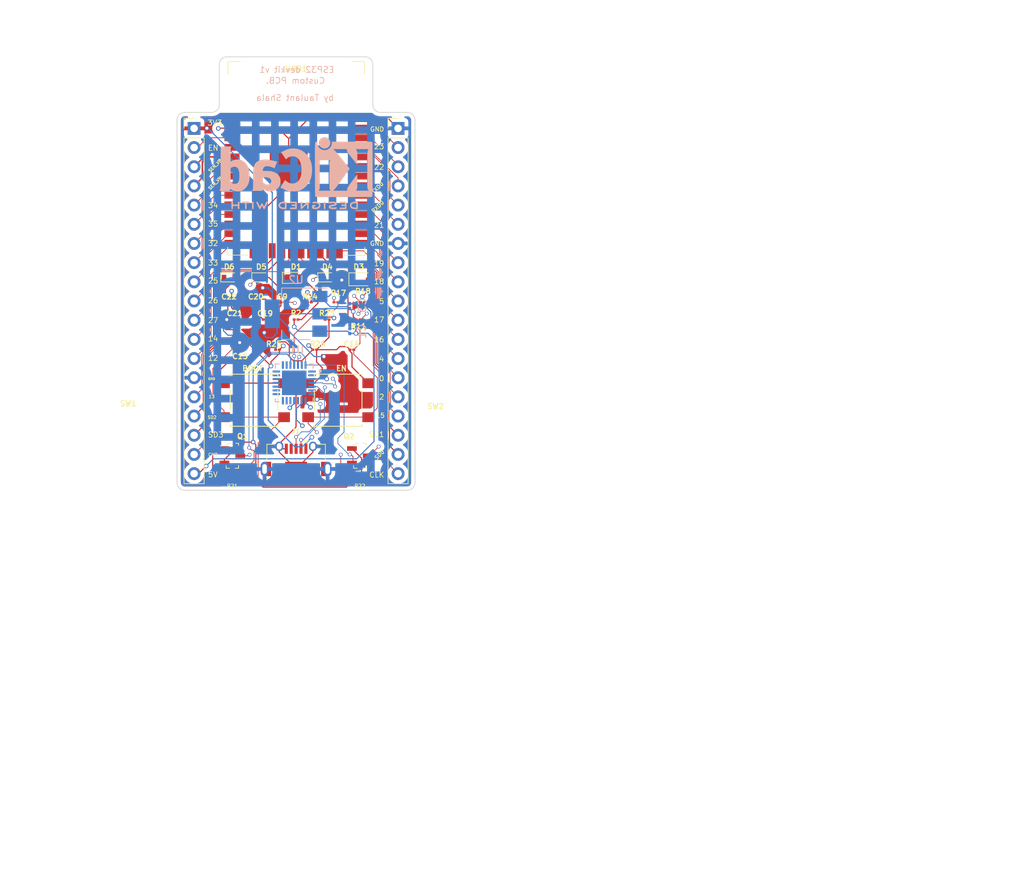
<source format=kicad_pcb>
(kicad_pcb (version 20211014) (generator pcbnew)
  (title_block (title "ESP32 Custom Dev Kit") (date "2025-05-19") (rev "1"))
  (layers (0 "F.Cu" mixed) (1 "In1.Cu" mixed) (2 "In2.Cu" mixed) (31 "B.Cu" mixed) (34 "B.Paste" user) (35 "F.Paste" user) (36 "B.SilkS" user "B.Silkscreen") (37 "F.SilkS" user "F.Silkscreen") (38 "B.Mask" user) (39 "F.Mask" user) (44 "Edge.Cuts" user))
  (net 0 "")
  (net 1 "/EXT_5V")
  (net 2 "GND")
  (net 3 "/VDD33")
  (net 4 "/EN")
  (net 5 "/IO0")
  (net 6 "Net-(C21-Pad1)")
  (net 7 "Net-(D1-Pad2)")
  (net 8 "/VBUS")
  (net 9 "/USB_DP")
  (net 10 "/USB_DN")
  (net 12 "/SENSOR_VP")
  (net 13 "/SENSOR_VN")
  (net 14 "/IO34")
  (net 15 "/IO35")
  (net 16 "/IO32")
  (net 17 "/IO33")
  (net 18 "/IO25")
  (net 19 "/IO26")
  (net 20 "/IO27")
  (net 21 "/IO14")
  (net 22 "/IO12")
  (net 23 "/IO13")
  (net 24 "/SD2")
  (net 25 "/SD3")
  (net 26 "/CMD")
  (net 27 "/IO23")
  (net 28 "/IO22")
  (net 29 "/TXD0")
  (net 30 "/RXD0")
  (net 31 "/IO21")
  (net 32 "/IO19")
  (net 33 "/IO18")
  (net 34 "/IO5")
  (net 35 "/IO17")
  (net 36 "/IO16")
  (net 37 "/IO4")
  (net 38 "/IO2")
  (net 39 "/IO15")
  (net 40 "/SD1")
  (net 41 "/SD0")
  (net 42 "/CLK")
  (net 44 "Net-(Q1-Pad1)")
  (net 45 "/DTR")
  (net 46 "Net-(Q2-Pad1)")
  (net 47 "/RXD")
  (net 48 "/TXD")
  (net 49 "Net-(R23-Pad1)")
  (net 50 "Net-(R24-Pad2)")
  (net 51 "Net-(R25-Pad1)")
  (net 52 "/RI")
  (net 65 "/CTS")
  (net 66 "/RTS")
  (net 67 "/DSR")
  (net 68 "/DCD")
  (footprint "Connector_PinHeader_2.54mm:PinHeader_1x19_P2.54mm_Vertical" (layer "F.Cu") (at 127.42 56.372)
    (fp_text reference "J2" hide)
    (fp_text value "Conn_01x19_Male" hide)
  )
  (footprint "Diode_SMD:D_SOD-523" (layer "F.Cu") (at 144.936664 76.106)
    (fp_text reference "D4")
    (fp_text value "D_TVS" hide)
  )
  (footprint "Diode_SMD:D_SOD-523" (layer "F.Cu") (at 132.086666 76.106)
    (fp_text reference "D6")
    (fp_text value "D_TVS" hide)
  )
  (footprint "Connector_PinHeader_2.54mm:PinHeader_1x19_P2.54mm_Vertical" (layer "F.Cu") (at 154.42 56.372)
    (fp_text reference "J3" hide)
    (fp_text value "Conn_01x19_Male" hide)
  )
  (footprint "Button_Switch_SMD:SW_SPST_B3S-1000" (layer "F.Cu") (at 135.353333 92.372)
    (fp_text reference "SW1")
    (fp_text value "SW_Push")
  )
  (footprint "Resistor_SMD:R_01005_0402Metric" (layer "F.Cu") (at 140.92 81.69)
    (fp_text reference "R2")
    (fp_text value "2K (5%)" hide)
  )
  (footprint "Button_Switch_SMD:SW_SPST_B3S-1000" (layer "F.Cu") (at 146.486666 92.372)
    (fp_text reference "SW2" hide)
    (fp_text value "SW_Push" hide)
  )
  (footprint "Diode_SMD:D_SOD-523" (layer "F.Cu") (at 136.203332 76.106)
    (fp_text reference "D5")
    (fp_text value "D_TVS" hide)
  )
  (footprint "Capacitor_SMD:C_01005_0402Metric" (layer "F.Cu") (at 139.162855 79.404)
    (fp_text reference "C9")
    (fp_text value "0.1 uF/50 V (10%)" hide)
  )
  (footprint "LED_SMD:LED_0603_1608Metric" (layer "F.Cu") (at 140.589998 76.176)
    (fp_text reference "D1")
    (fp_text value "RED LED" hide)
  )
  (footprint "digikey-footprints:ESP32-WROOM-32D" (layer "F.Cu") (at 140.935 63.327)
    (fp_text reference "MOD1")
    (fp_text value "ESP32-WROOM-32" hide)
  )
  (footprint "Capacitor_SMD:C_01005_0402Metric" (layer "F.Cu") (at 133.54 85.622 180)
    (fp_text reference "C15")
    (fp_text value "22uF/ 10V (20%) (NC)" hide)
  )
  (footprint "Resistor_SMD:R_01005_0402Metric" (layer "F.Cu") (at 149.70571 79.404)
    (fp_text reference "R18")
    (fp_text value "0R (5%)" hide)
  )
  (footprint "Resistor_SMD:R_01005_0402Metric" (layer "F.Cu") (at 146.191425 79.404)
    (fp_text reference "R17")
    (fp_text value "0R (5%)" hide)
  )
  (footprint "digikey-footprints:SOT-23-3" (layer "F.Cu") (at 149.36 99.724)
    (fp_text reference "Q2")
    (fp_text value "MMSS8050-H-TP" hide)
  )
  (footprint "Resistor_SMD:R_01005_0402Metric" (layer "F.Cu") (at 149.12 81.69)
    (fp_text reference "R11")
    (fp_text value "10K (5%)" hide)
  )
  (footprint "Resistor_SMD:R_01005_0402Metric" (layer "F.Cu") (at 142.67714 79.404)
    (fp_text reference "R24")
    (fp_text value "2K (5%)" hide)
  )
  (footprint "Connector_USB:USB_Micro-AB_Molex_47590-0001" (layer "F.Cu") (at 140.92 101.48)
    (fp_text reference "J1")
    (fp_text value "USB_B_Micro" hide)
  )
  (footprint "Capacitor_SMD:C_01005_0402Metric" (layer "F.Cu") (at 148.3 85.682)
    (fp_text reference "C14")
    (fp_text value "0.1 uF/50 V (10%)" hide)
  )
  (footprint "Resistor_SMD:R_01005_0402Metric" (layer "F.Cu") (at 143.38 85.682)
    (fp_text reference "R26")
    (fp_text value "47.5K (5%)" hide)
  )
  (footprint "digikey-footprints:SOT-23-3" (layer "F.Cu") (at 132.48 99.724)
    (fp_text reference "Q1")
    (fp_text value "MMSS8050-H-TP" hide)
  )
  (footprint "Capacitor_SMD:C_01005_0402Metric" (layer "F.Cu") (at 136.82 81.69 180)
    (fp_text reference "C19")
    (fp_text value "0.1 uF/50 V (10%)" hide)
  )
  (footprint "Resistor_SMD:R_01005_0402Metric" (layer "F.Cu") (at 138.46 85.682)
    (fp_text reference "R25")
    (fp_text value "22.1K (5%)" hide)
  )
  (footprint "Capacitor_SMD:C_01005_0402Metric" (layer "F.Cu") (at 132.78 81.69 180)
    (fp_text reference "C21")
    (fp_text value "22 uF/10 V (20%)" hide)
  )
  (footprint "Capacitor_SMD:C_01005_0402Metric" (layer "F.Cu") (at 135.64857 79.404)
    (fp_text reference "C20")
    (fp_text value "4.7 uF/6.3 V (10%)" hide)
  )
  (footprint "Resistor_SMD:R_01005_0402Metric" (layer "F.Cu") (at 145.02 81.69)
    (fp_text reference "R23")
    (fp_text value "10K (5%) (NC)" hide)
  )
  (footprint "Diode_SMD:D_SOD-323" (layer "F.Cu") (at 149.40333 76.356)
    (fp_text reference "D3")
    (fp_text value "D_Schottky" hide)
  )
  (footprint "Resistor_SMD:R_01005_0402Metric" (layer "F.Cu") (at 132.48 102.992 180)
    (fp_text reference "R21")
    (fp_text value "10K (5%)" hide)
  )
  (footprint "Resistor_SMD:R_01005_0402Metric" (layer "F.Cu") (at 149.36 102.992)
    (fp_text reference "R22")
    (fp_text value "10K (5%)" hide)
  )
  (footprint "Capacitor_SMD:C_01005_0402Metric" (layer "F.Cu") (at 132.134285 79.404)
    (fp_text reference "C22")
    (fp_text value "0.1 uF/ 50 V (10%)" hide)
  )
  (footprint "Symbol:KiCad-Logo2_8mm_SilkScreen" (layer "B.Cu") (at 140.910107 61.472 180)
    (fp_text reference "REF**" hide)
    (fp_text value "KiCad-Logo2_8mm_SilkScreen" hide)
  )
  (footprint "Capacitor_SMD:C_0201_0603Metric" (layer "B.Cu") (at 148.022 79.912 90)
    (fp_text reference "C3")
    (fp_text value "22uF/ 10V (20%)" hide)
  )
  (footprint "Package_TO_SOT_SMD:SOT-223-3_TabPin2" (layer "B.Cu") (at 140.92 80.928 180)
    (fp_text reference "U2")
    (fp_text value "AMS1117-3.3")
  )
  (footprint "Capacitor_SMD:C_0201_0603Metric" (layer "B.Cu") (at 148.022 83.214 90)
    (fp_text reference "C1")
    (fp_text value "22uF/ 10V (20%)" hide)
  )
  (footprint "ESP32:QFN50P500X500X80-29N" (layer "B.Cu") (at 140.6675 90.072 180)
    (fp_text reference "U1")
    (fp_text value "CP2102N-A01-GQFN28")
  )
  (gr_arc (start 156.658 103.28) (mid 156.36042 103.99842) (end 155.642 104.296) (layer "Edge.Cuts") (width 0.1))
  (gr_arc (start 155.642 54.258) (mid 156.36042 54.55558) (end 156.658 55.274) (layer "Edge.Cuts") (width 0.1))
  (gr_arc (start 150.054 46.892) (mid 150.77242 47.18958) (end 151.07 47.908) (layer "Edge.Cuts") (width 0.1))
  (gr_line (start 156.658 103.28) (end 156.658 55.274) (layer "Edge.Cuts") (width 0.1))
  (gr_line (start 155.642 54.258) (end 152.086 54.258) (layer "Edge.Cuts") (width 0.1))
  (gr_line (start 130.75 53.242) (end 130.75 47.908) (layer "Edge.Cuts") (width 0.1))
  (gr_line (start 151.07 53.242) (end 151.07 47.908) (layer "Edge.Cuts") (width 0.1))
  (gr_arc (start 125.162 55.274) (mid 125.45958 54.55558) (end 126.178 54.258) (layer "Edge.Cuts") (width 0.1))
  (gr_arc (start 152.086 54.258) (mid 151.36758 53.96042) (end 151.07 53.242) (layer "Edge.Cuts") (width 0.1))
  (gr_arc (start 130.75 53.242) (mid 130.45242 53.96042) (end 129.734 54.258) (layer "Edge.Cuts") (width 0.1))
  (gr_line (start 126.178 54.258) (end 129.734 54.258) (layer "Edge.Cuts") (width 0.1))
  (gr_arc (start 130.75 47.908) (mid 131.04758 47.18958) (end 131.766 46.892) (layer "Edge.Cuts") (width 0.1))
  (gr_line (start 126.178 104.296) (end 155.642 104.296) (layer "Edge.Cuts") (width 0.1))
  (gr_line (start 125.162 103.28) (end 125.162 55.274) (layer "Edge.Cuts") (width 0.1))
  (gr_line (start 131.766 46.892) (end 150.054 46.892) (layer "Edge.Cuts") (width 0.1))
  (gr_arc (start 126.178 104.296) (mid 125.45958 103.99842) (end 125.162 103.28) (layer "Edge.Cuts") (width 0.1))
  (gr_text "ESP32 devkit v1" (at 141 48.602) (layer "B.SilkS") (effects (font (size 0.8 0.8) (thickness 0.1)) (justify mirror)))
  (gr_text "by Taulant Shala" (at 140.77 52.322) (layer "B.SilkS") (effects (font (size 0.8 0.8) (thickness 0.1)) (justify mirror)))
  (gr_text "Custom PCB." (at 140.84 50.042) (layer "B.SilkS") (effects (font (size 0.8 0.8) (thickness 0.1)) (justify mirror)))
  (gr_text "2" (at 152.243333 91.942) (layer "F.SilkS") (effects (font (size 0.7 0.7) (thickness 0.1))))
  (gr_text "TXD0" (at 151.71 64.242 45) (layer "F.SilkS") (effects (font (size 0.5 0.5) (thickness 0.1))))
  (gr_text "EN" (at 146.92 88.152) (layer "F.SilkS") (effects (font (size 0.7 0.7))))
  (gr_text "35\n" (at 129.933333 69.022) (layer "F.SilkS") (effects (font (size 0.7 0.7) (thickness 0.1))))
  (gr_text "18" (at 151.91 76.662) (layer "F.SilkS") (effects (font (size 0.7 0.7) (thickness 0.1))))
  (gr_text "GND" (at 129.74 89.532) (layer "F.SilkS") (effects (font (size 0.3 0.3) (thickness 0.075))))
  (gr_text "EN" (at 129.95 58.962) (layer "F.SilkS") (effects (font (size 0.7 0.7) (thickness 0.1))))
  (gr_text "CMD" (at 129.93 99.582) (layer "F.SilkS") (effects (font (size 0.4 0.4) (thickness 0.07))))
  (gr_text "21" (at 151.91 69.182) (layer "F.SilkS") (effects (font (size 0.7 0.7) (thickness 0.1))))
  (gr_text "15" (at 152.07 94.392) (layer "F.SilkS") (effects (font (size 0.6 0.6) (thickness 0.1))))
  (gr_text "SD1" (at 151.56 96.902) (layer "F.SilkS") (effects (font (size 0.7 0.7) (thickness 0.1))))
  (gr_text "SEN_VN" (at 130.2 63.622 45) (layer "F.SilkS") (effects (font (size 0.4 0.4) (thickness 0.1))))
  (gr_text "4" (at 152.243333 86.902) (layer "F.SilkS") (effects (font (size 0.7 0.7) (thickness 0.1))))
  (gr_text "32" (at 129.933333 71.592) (layer "F.SilkS") (effects (font (size 0.7 0.7) (thickness 0.1))))
  (gr_text "19" (at 151.91 74.262) (layer "F.SilkS") (effects (font (size 0.7 0.7) (thickness 0.1))))
  (gr_text "BOOT\n" (at 135.17 88.152) (layer "F.SilkS") (effects (font (size 0.7 0.7))))
  (gr_text "12" (at 129.933333 86.792) (layer "F.SilkS") (effects (font (size 0.7 0.7) (thickness 0.1))))
  (gr_text "CLK" (at 151.593333 102.252) (layer "F.SilkS") (effects (font (size 0.7 0.7) (thickness 0.1))))
  (gr_text "34\n" (at 129.933333 66.572) (layer "F.SilkS") (effects (font (size 0.7 0.7) (thickness 0.1))))
  (gr_text "GND" (at 151.64 56.482) (layer "F.SilkS") (effects (font (size 0.6 0.6) (thickness 0.1))))
  (gr_text "GND" (at 151.63 71.622) (layer "F.SilkS") (effects (font (size 0.6 0.6) (thickness 0.1))))
  (gr_text "23" (at 151.91 58.772) (layer "F.SilkS") (effects (font (size 0.7 0.7) (thickness 0.1))))
  (gr_text "33" (at 129.933333 74.182) (layer "F.SilkS") (effects (font (size 0.7 0.7) (thickness 0.1))))
  (gr_text "22" (at 151.91 61.492) (layer "F.SilkS") (effects (font (size 0.7 0.7) (thickness 0.1))))
  (gr_text "27" (at 129.933333 81.792) (layer "F.SilkS") (effects (font (size 0.7 0.7) (thickness 0.1))))
  (gr_text "5" (at 152.243333 79.282) (layer "F.SilkS") (effects (font (size 0.7 0.7) (thickness 0.1))))
  (gr_text "SD3" (at 130.283333 96.942) (layer "F.SilkS") (effects (font (size 0.7 0.7) (thickness 0.1))))
  (gr_text "SD0" (at 151.95 99.602 45) (layer "F.SilkS") (effects (font (size 0.5 0.5) (thickness 0.1))))
  (gr_text "14\n" (at 129.933333 84.222) (layer "F.SilkS") (effects (font (size 0.7 0.7) (thickness 0.1))))
  (gr_text "25" (at 129.933333 76.552) (layer "F.SilkS") (effects (font (size 0.7 0.7) (thickness 0.1))))
  (gr_text "3V3" (at 130.16 55.632) (layer "F.SilkS") (effects (font (size 0.7 0.7) (thickness 0.1))))
  (gr_text "5V" (at 129.9 102.222) (layer "F.SilkS") (effects (font (size 0.7 0.7) (thickness 0.1))))
  (gr_text "SD2" (at 129.8 94.642) (layer "F.SilkS") (effects (font (size 0.4 0.4) (thickness 0.08))))
  (gr_text "RXD0" (at 151.73 66.752 45) (layer "F.SilkS") (effects (font (size 0.5 0.5) (thickness 0.1))))
  (gr_text "13" (at 129.75 91.912) (layer "F.SilkS") (effects (font (size 0.4 0.4) (thickness 0.08))))
  (gr_text "16" (at 151.91 84.342) (layer "F.SilkS") (effects (font (size 0.7 0.7) (thickness 0.1))))
  (gr_text "26" (at 129.933333 79.172) (layer "F.SilkS") (effects (font (size 0.7 0.7) (thickness 0.1))))
  (gr_text "SEN_VP" (at 130.2 61.302 45) (layer "F.SilkS") (effects (font (size 0.4 0.4) (thickness 0.1))))
  (gr_text "17" (at 151.91 81.712) (layer "F.SilkS") (effects (font (size 0.7 0.7) (thickness 0.1))))
  (gr_text "0" (at 152.243333 89.492) (layer "F.SilkS") (effects (font (size 0.7 0.7) (thickness 0.1))))
  (segment (start 148.83 82.392) (end 147.79 81.352) (width 0.15) (layer "F.Cu") (net 1))
  (segment (start 128.34 101.782) (end 128.03 102.092) (width 0.15) (layer "F.Cu") (net 1))
  (segment (start 128.34 101.762) (end 128.34 101.782) (width 0.15) (layer "F.Cu") (net 1))
  (segment (start 140.663202 81.696798) (end 140.67 81.69) (width 0.15) (layer "F.Cu") (net 1))
  (segment (start 129.01 101.092) (end 128.34 101.762) (width 0.15) (layer "F.Cu") (net 1))
  (segment (start 147.79 81.352) (end 147.79 76.91933) (width 0.15) (layer "F.Cu") (net 1))
  (segment (start 140.663202 82.642353) (end 140.663202 81.696798) (width 0.15) (layer "F.Cu") (net 1))
  (segment (start 148.83 83.512) (end 148.83 82.392) (width 0.15) (layer "F.Cu") (net 1))
  (segment (start 147.79 76.91933) (end 148.35333 76.356) (width 0.15) (layer "F.Cu") (net 1))
  (segment (start 128.03 102.092) (end 127.42 102.092) (width 0.15) (layer "F.Cu") (net 1))
  (via (at 140.663202 82.642353) (size 0.6) (drill 0.4) (layers "F.Cu" "B.Cu") (net 1))
  (via (at 148.83 83.512) (size 0.6) (drill 0.4) (layers "F.Cu" "B.Cu") (net 1))
  (via (at 129.01 101.092) (size 0.6) (drill 0.4) (layers "F.Cu" "B.Cu") (net 1))
  (segment (start 141.248849 83.228) (end 144.07 83.228) (width 0.15) (layer "B.Cu") (net 1))
  (segment (start 148.83 83.512) (end 150.44 83.512) (width 0.15) (layer "B.Cu") (net 1))
  (segment (start 151.23 84.302) (end 151.23 97.832) (width 0.15) (layer "B.Cu") (net 1))
  (segment (start 144.07 83.228) (end 147.716 83.228) (width 0.15) (layer "B.Cu") (net 1))
  (segment (start 148.83 83.512) (end 148.808 83.534) (width 0.15) (layer "B.Cu") (net 1))
  (segment (start 140.663202 82.642353) (end 141.248849 83.228) (width 0.15) (layer "B.Cu") (net 1))
  (segment (start 147.716 83.228) (end 148.022 83.534) (width 0.15) (layer "B.Cu") (net 1))
  (segment (start 150.44 83.512) (end 151.23 84.302) (width 0.15) (layer "B.Cu") (net 1))
  (segment (start 129.97 100.132) (end 129.01 101.092) (width 0.15) (layer "B.Cu") (net 1))
  (segment (start 148.93 100.132) (end 129.97 100.132) (width 0.15) (layer "B.Cu") (net 1))
  (segment (start 148.808 83.534) (end 148.022 83.534) (width 0.15) (layer "B.Cu") (net 1))
  (segment (start 151.23 97.832) (end 148.93 100.132) (width 0.15) (layer "B.Cu") (net 1))
  (segment (start 138.695 98.129) (end 140.91 95.914) (width 0.15) (layer "F.Cu") (net 2))
  (segment (start 136.88 78.992) (end 137.24 79.352) (width 0.15) (layer "F.Cu") (net 2))
  (segment (start 135.22 68.602) (end 135.22 72.582) (width 0.15) (layer "F.Cu") (net 2))
  (segment (start 138.912855 77.709145) (end 138.912855 79.404) (width 0.15) (layer "F.Cu") (net 2))
  (segment (start 136.25 78.992) (end 136.88 78.992) (width 0.15) (layer "F.Cu") (net 2))
  (segment (start 143.63 87.312) (end 144.38 88.062) (width 0.15) (layer "F.Cu") (net 2))
  (segment (start 144.38 89.032) (end 144.9 89.552) (width 0.15) (layer "F.Cu") (net 2))
  (segment (start 140.92 101.48) (end 138.695 99.255) (width 0.15) (layer "F.Cu") (net 2))
  (segment (start 132.53 81.992) (end 132.85 82.312) (width 0.15) (layer "F.Cu") (net 2))
  (segment (start 140.92 101.48) (end 136.745 101.48) (width 0.15) (layer "F.Cu") (net 2))
  (segment (start 139.02 98.805) (end 138.695 98.48) (width 0.15) (layer "F.Cu") (net 2))
  (segment (start 146.54 76.042) (end 145.700664 76.042) (width 0.15) (layer "F.Cu") (net 2))
  (segment (start 133.79 85.675553) (end 132.263553 87.202) (width 0.15) (layer "F.Cu") (net 2))
  (segment (start 140.92 101.48) (end 145.095 101.48) (width 0.15) (layer "F.Cu") (net 2))
  (segment (start 131.74 81.692) (end 132.528 81.692) (width 0.15) (layer "F.Cu") (net 2))
  (segment (start 131.57 79.089715) (end 131.884285 79.404) (width 0.15) (layer "F.Cu") (net 2))
  (segment (start 148.05 85.892) (end 148.05 85.682) (width 0.15) (layer "F.Cu") (net 2))
  (segment (start 132.786666 76.435334) (end 131.57 77.652) (width 0.15) (layer "F.Cu") (net 2))
  (segment (start 135.89857 79.34343) (end 136.25 78.992) (width 0.15) (layer "F.Cu") (net 2))
  (segment (start 132.85 82.312) (end 134.60514 82.312) (width 0.15) (layer "F.Cu") (net 2))
  (segment (start 130.91 88.322) (end 130.91 89.639667) (width 0.15) (layer "F.Cu") (net 2))
  (segment (start 132.53 81.69) (end 132.53 81.992) (width 0.15) (layer "F.Cu") (net 2))
  (segment (start 137.30971 76.106) (end 138.912855 77.709145) (width 0.15) (layer "F.Cu") (net 2))
  (segment (start 144.38 88.062) (end 144.38 89.032) (width 0.15) (layer "F.Cu") (net 2))
  (segment (start 143.304 90.108) (end 142.511666 90.108) (width 0.15) (layer "F.Cu") (net 2))
  (segment (start 136.903332 76.106) (end 137.30971 76.106) (width 0.15) (layer "F.Cu") (net 2))
  (segment (start 135.89857 79.404) (end 135.89857 81.01857) (width 0.15) (layer "F.Cu") (net 2))
  (segment (start 133.79 85.082) (end 133.45 84.742) (width 0.15) (layer "F.Cu") (net 2))
  (segment (start 133.79 85.622) (end 133.79 85.675553) (width 0.15) (layer "F.Cu") (net 2))
  (segment (start 143.145 99.255) (end 143.145 98.48) (width 0.15) (layer "F.Cu") (net 2))
  (segment (start 153.12 55.072) (end 149.435 55.072) (width 0.15) (layer "F.Cu") (net 2))
  (segment (start 140.91 91.689667) (end 139.328333 90.108) (width 0.15) (layer "F.Cu") (net 2))
  (segment (start 139.328333 90.108) (end 131.378333 90.108) (width 0.15) (layer "F.Cu") (net 2))
  (segment (start 132.03 87.202) (end 130.91 88.322) (width 0.15) (layer "F.Cu") (net 2))
  (segment (start 137.24 80.032) (end 137.48 80.272) (width 0.15) (layer "F.Cu") (net 2))
  (segment (start 147.63 85.262) (end 148.05 85.682) (width 0.15) (layer "F.Cu") (net 2))
  (segment (start 134.60514 82.312) (end 135.89857 81.01857) (width 0.15) (layer "F.Cu") (net 2))
  (segment (start 142.591 55.072) (end 149.435 55.072) (width 0.15) (layer "F.Cu") (net 2))
  (segment (start 148.32 86.162) (end 148.05 85.892) (width 0.15) (layer "F.Cu") (net 2))
  (segment (start 139.62 98.805) (end 139.02 98.805) (width 0.15) (layer "F.Cu") (net 2))
  (segment (start 140.92 101.48) (end 143.145 99.255) (width 0.15) (layer "F.Cu") (net 2))
  (segment (start 139.935 61.572) (end 139.935 63.887) (width 0.15) (layer "F.Cu") (net 2))
  (segment (start 154.42 56.372) (end 153.12 55.072) (width 0.15) (layer "F.Cu") (net 2))
  (segment (start 132.435 55.072) (end 137.279 55.072) (width 0.15) (layer "F.Cu") (net 2))
  (segment (start 144.38 89.032) (end 143.304 90.108) (width 0.15) (layer "F.Cu") (net 2))
  (segment (start 131.884285 79.404) (end 131.884285 81.044285) (width 0.15) (layer "F.Cu") (net 2))
  (segment (start 139.935 57.728) (end 139.935 61.572) (width 0.15) (layer "F.Cu") (net 2))
  (segment (start 139.935 63.887) (end 135.22 68.602) (width 0.15) (layer "F.Cu") (net 2))
  (segment (start 150.461666 90.108) (end 148.32 87.966334) (width 0.15) (layer "F.Cu") (net 2))
  (segment (start 135.89857 81.01857) (end 136.57 81.69) (width 0.15) (layer "F.Cu") (net 2))
  (segment (start 132.528 81.692) (end 132.53 81.69) (width 0.15) (layer "F.Cu") (net 2))
  (segment (start 143.63 85.682) (end 146.28 85.682) (width 0.15) (layer "F.Cu") (net 2))
  (segment (start 138.912855 79.859145) (end 138.912855 79.404) (width 0.15) (layer "F.Cu") (net 2))
  (segment (start 142.511666 90.108) (end 139.328333 90.108) (width 0.15) (layer "F.Cu") (net 2))
  (segment (start 145.27 81.69) (end 145.27 84.042) (width 0.15) (layer "F.Cu") (net 2))
  (segment (start 143.63 85.682) (end 143.63 87.312) (width 0.15) (layer "F.Cu") (net 2))
  (segment (start 146.7 85.262) (end 147.63 85.262) (width 0.15) (layer "F.Cu") (net 2))
  (segment (start 131.57 77.652) (end 131.57 79.089715) (width 0.15) (layer "F.Cu") (net 2))
  (segment (start 133.79 85.622) (end 133.79 85.082) (width 0.15) (layer "F.Cu") (net 2))
  (segment (start 148.32 87.966334) (end 148.32 86.162) (width 0.15) (layer "F.Cu") (net 2))
  (segment (start 145.700664 76.042) (end 145.636664 76.106) (width 0.15) (layer "F.Cu") (net 2))
  (segment (start 137.279 55.072) (end 139.935 57.728) (width 0.15) (layer "F.Cu") (net 2))
  (segment (start 144.9 89.552) (end 144.97 89.552) (width 0.15) (layer "F.Cu") (net 2))
  (segment (start 146.96 76.462) (end 146.54 76.042) (width 0.15) (layer "F.Cu") (net 2))
  (segment (start 146.28 85.682) (end 146.7 85.262) (width 0.15) (layer "F.Cu") (net 2))
  (segment (start 140.929999 91.689667) (end 142.511666 90.108) (width 0.15) (layer "F.Cu") (net 2))
  (segment (start 135.89857 79.404) (end 135.89857 79.34343) (width 0.15) (layer "F.Cu") (net 2))
  (segment (start 132.263553 87.202) (end 132.03 87.202) (width 0.15) (layer "F.Cu") (net 2))
  (segment (start 140.91 95.914) (end 140.91 91.689667) (width 0.15) (layer "F.Cu") (net 2))
  (segment (start 130.91 89.639667) (end 131.378333 90.108) (width 0.15) (layer "F.Cu") (net 2))
  (segment (start 138.695 98.48) (end 138.695 98.129) (width 0.15) (layer "F.Cu") (net 2))
  (segment (start 138.695 99.255) (end 138.695 98.48) (width 0.15) (layer "F.Cu") (net 2))
  (segment (start 132.786666 76.106) (end 132.786666 76.435334) (width 0.15) (layer "F.Cu") (net 2))
  (segment (start 140.91 91.689667) (end 140.929999 91.689667) (width 0.15) (layer "F.Cu") (net 2))
  (segment (start 138.5 80.272) (end 138.912855 79.859145) (width 0.15) (layer "F.Cu") (net 2))
  (segment (start 139.802498 76.819502) (end 138.912855 77.709145) (width 0.15) (layer "F.Cu") (net 2))
  (segment (start 139.802498 76.176) (end 139.802498 76.819502) (width 0.15) (layer "F.Cu") (net 2))
  (segment (start 139.935 57.728) (end 142.591 55.072) (width 0.15) (layer "F.Cu") (net 2))
  (segment (start 131.884285 81.044285) (end 132.53 81.69) (width 0.15) (layer "F.Cu") (net 2))
  (segment (start 137.48 80.272) (end 138.5 80.272) (width 0.15) (layer "F.Cu") (net 2))
  (segment (start 137.24 79.352) (end 137.24 80.032) (width 0.15) (layer "F.Cu") (net 2))
  (segment (start 145.27 84.042) (end 143.63 85.682) (width 0.15) (layer "F.Cu") (net 2))
  (via (at 131.74 81.692) (size 0.6) (drill 0.4) (layers "F.Cu" "B.Cu") (net 2))
  (via (at 144.97 89.552) (size 0.6) (drill 0.4) (layers "F.Cu" "B.Cu") (net 2))
  (via (at 133.45 84.742) (size 0.6) (drill 0.4) (layers "F.Cu" "B.Cu") (net 2))
  (via (at 146.96 76.462) (size 0.6) (drill 0.4) (layers "F.Cu" "B.Cu") (net 2))
  (segment (start 132.47 83.762) (end 131.9 83.762) (width 0.15) (layer "B.Cu") (net 2))
  (segment (start 144.07 78.628) (end 145.424 79.982) (width 0.15) (layer "B.Cu") (net 2))
  (segment (start 147.632 79.982) (end 148.022 79.592) (width 0.15) (layer "B.Cu") (net 2))
  (segment (start 146.97 76.472) (end 146.96 76.462) (width 0.15) (layer "B.Cu") (net 2))
  (segment (start 145.244 78.628) (end 146.97 76.902) (width 0.15) (layer "B.Cu") (net 2))
  (segment (start 131.31 83.172) (end 131.31 82.082) (width 0.15) (layer "B.Cu") (net 2))
  (segment (start 145.424 79.982) (end 147.632 79.982) (width 0.15) (layer "B.Cu") (net 2))
  (segment (start 143.0275 89.572) (end 143.375447 89.572) (width 0.15) (layer "B.Cu") (net 2))
  (segment (start 150.82 80.708653) (end 150.82 81.892) (width 0.15) (layer "B.Cu") (net 2))
  (segment (start 144.07 78.628) (end 145.244 78.628) (width 0.15) (layer "B.Cu") (net 2))
  (segment (start 148.022 79.592) (end 149.703347 79.592) (width 0.15) (layer "B.Cu") (net 2))
  (segment (start 131.9 83.762) (end 131.31 83.172) (width 0.15) (layer "B.Cu") (net 2))
  (segment (start 140.6675 90.072) (end 141.1675 89.572) (width 0.15) (layer "B.Cu") (net 2))
  (segment (start 149.818 82.894) (end 148.022 82.894) (width 0.15) (layer "B.Cu") (net 2))
  (segment (start 131.7 81.692) (end 131.74 81.692) (width 0.15) (layer "B.Cu") (net 2))
  (segment (start 131.31 82.082) (end 131.7 81.692) (width 0.15) (layer "B.Cu") (net 2))
  (segment (start 143.395447 89.552) (end 144.97 89.552) (width 0.15) (layer "B.Cu") (net 2))
  (segment (start 143.375447 89.572) (end 143.395447 89.552) (width 0.15) (layer "B.Cu") (net 2))
  (segment (start 141.1675 89.572) (end 143.0275 89.572) (width 0.15) (layer "B.Cu") (net 2))
  (segment (start 133.45 84.742) (end 132.47 83.762) (width 0.15) (layer "B.Cu") (net 2))
  (segment (start 146.97 76.902) (end 146.97 76.472) (width 0.15) (layer "B.Cu") (net 2))
  (segment (start 150.82 81.892) (end 149.818 82.894) (width 0.15) (layer "B.Cu") (net 2))
  (segment (start 149.703347 79.592) (end 150.82 80.708653) (width 0.15) (layer "B.Cu") (net 2))
  (segment (start 135.39857 78.59343) (end 135.39857 79.404) (width 0.15) (layer "F.Cu") (net 3))
  (segment (start 136.5 77.492) (end 135.39857 78.59343) (width 0.15) (layer "F.Cu") (net 3))
  (segment (start 147.36 91.242) (end 147.36 90.442) (width 0.15) (layer "F.Cu") (net 3))
  (segment (start 145.165392 92.262) (end 145.175392 92.252) (width 0.15) (layer "F.Cu") (net 3))
  (segment (start 142.278 79.404) (end 140.91 80.772) (width 0.15) (layer "F.Cu") (net 3))
  (segment (start 137.988 80.772) (end 137.07 81.69) (width 0.15) (layer "F.Cu") (net 3))
  (segment (start 146.2 86.812) (end 145.98 86.592) (width 0.15) (layer "F.Cu") (net 3))
  (segment (start 147.36 87.972) (end 146.2 86.812) (width 0.15) (layer "F.Cu") (net 3))
  (segment (start 127.42 56.372) (end 129.09 56.372) (width 0.15) (layer "F.Cu") (net 3))
  (segment (start 147.36 90.442) (end 147.36 87.972) (width 0.15) (layer "F.Cu") (net 3))
  (segment (start 140.91 80.772) (end 137.988 80.772) (width 0.15) (layer "F.Cu") (net 3))
  (segment (start 148.48 80.622) (end 148.48 81.3) (width 0.15) (layer "F.Cu") (net 3))
  (segment (start 145.98 86.592) (end 144.6 86.592) (width 0.15) (layer "F.Cu") (net 3))
  (segment (start 148.48 81.3) (end 148.87 81.69) (width 0.15) (layer "F.Cu") (net 3))
  (segment (start 136.71 83.422) (end 137.07 83.062) (width 0.15) (layer "F.Cu") (net 3))
  (segment (start 143.69 92.262) (end 145.165392 92.262) (width 0.15) (layer "F.Cu") (net 3))
  (segment (start 142.42714 79.404) (end 142.278 79.404) (width 0.15) (layer "F.Cu") (net 3))
  (segment (start 146.35 92.252) (end 147.36 91.242) (width 0.15) (layer "F.Cu") (net 3))
  (segment (start 145.175392 92.252) (end 146.35 92.252) (width 0.15) (layer "F.Cu") (net 3))
  (segment (start 137.07 83.062) (end 137.07 81.69) (width 0.15) (layer "F.Cu") (net 3))
  (segment (start 129.09 56.372) (end 129.11 56.352) (width 0.15) (layer "F.Cu") (net 3))
  (via (at 136.71 83.422) (size 0.6) (drill 0.4) (layers "F.Cu" "B.Cu") (net 3))
  (via (at 144.6 86.592) (size 0.6) (drill 0.4) (layers "F.Cu" "B.Cu") (net 3))
  (via (at 143.69 92.262) (size 0.6) (drill 0.4) (layers "F.Cu" "B.Cu") (net 3))
  (via (at 136.5 77.492) (size 0.6) (drill 0.4) (layers "F.Cu" "B.Cu") (net 3))
  (via (at 129.11 56.352) (size 0.6) (drill 0.4) (layers "F.Cu" "B.Cu") (net 3))
  (via (at 148.48 80.622) (size 0.6) (drill 0.4) (layers "F.Cu" "B.Cu") (net 3))
  (segment (start 139.94 82.722) (end 138.146 80.928) (width 0.15) (layer "B.Cu") (net 3))
  (segment (start 137.77 64.872) (end 137.77 78.082) (width 0.15) (layer "B.Cu") (net 3))
  (segment (start 144.07 80.928) (end 144.766 80.232) (width 0.15) (layer "B.Cu") (net 3))
  (segment (start 139.94 83.217392) (end 139.94 82.722) (width 0.15) (layer "B.Cu") (net 3))
  (segment (start 143.0275 91.5995) (end 143.69 92.262) (width 0.15) (layer "B.Cu") (net 3))
  (segment (start 143.0275 91.072) (end 143.0275 91.572) (width 0.15) (layer "B.Cu") (net 3))
  (segment (start 137.8 84.072) (end 138.4 83.472) (width 0.15) (layer "B.Cu") (net 3))
  (segment (start 137.77 78.082) (end 137.77 80.928) (width 0.15) (layer "B.Cu") (net 3))
  (segment (start 137.03 77.502) (end 136.51 77.502) (width 0.15) (layer "B.Cu") (net 3))
  (segment (start 144.6 86.592) (end 143.314608 86.592) (width 0.15) (layer "B.Cu") (net 3))
  (segment (start 129.25 56.352) (end 137.77 64.872) (width 0.15) (layer "B.Cu") (net 3))
  (segment (start 138.146 80.928) (end 137.77 80.928) (width 0.15) (layer "B.Cu") (net 3))
  (segment (start 138.4 83.472) (end 138.4 81.558) (width 0.15) (layer "B.Cu") (net 3))
  (segment (start 144.766 80.232) (end 148.022 80.232) (width 0.15) (layer "B.Cu") (net 3))
  (segment (start 136.71 83.422) (end 136.71 83.802) (width 0.15) (layer "B.Cu") (net 3))
  (segment (start 136.51 77.502) (end 136.5 77.492) (width 0.15) (layer "B.Cu") (net 3))
  (segment (start 136.71 83.802) (end 136.98 84.072) (width 0.15) (layer "B.Cu") (net 3))
  (segment (start 136.98 84.072) (end 137.8 84.072) (width 0.15) (layer "B.Cu") (net 3))
  (segment (start 129.11 56.352) (end 129.25 56.352) (width 0.15) (layer "B.Cu") (net 3))
  (segment (start 148.022 80.232) (end 148.09 80.232) (width 0.15) (layer "B.Cu") (net 3))
  (segment (start 144.07 80.928) (end 137.77 80.928) (width 0.15) (layer "B.Cu") (net 3))
  (segment (start 148.09 80.232) (end 148.48 80.622) (width 0.15) (layer "B.Cu") (net 3))
  (segment (start 138.4 81.558) (end 137.77 80.928) (width 0.15) (layer "B.Cu") (net 3))
  (segment (start 137.77 78.082) (end 137.19 77.502) (width 0.15) (layer "B.Cu") (net 3))
  (segment (start 143.314608 86.592) (end 139.94 83.217392) (width 0.15) (layer "B.Cu") (net 3))
  (segment (start 137.19 77.502) (end 137.03 77.502) (width 0.15) (layer "B.Cu") (net 3))
  (segment (start 143.0275 91.572) (end 143.0275 91.5995) (width 0.15) (layer "B.Cu") (net 3))
  (segment (start 133.53 99.724) (end 134.628 99.724) (width 0.1) (layer "F.Cu") (net 4))
  (segment (start 142.511666 95.467457) (end 142.511666 94.608) (width 0.1) (layer "F.Cu") (net 4))
  (segment (start 143.658348 96.614139) (end 142.511666 95.467457) (width 0.1) (layer "F.Cu") (net 4))
  (segment (start 149.038 86.77) (end 148.55 86.282) (width 0.1) (layer "F.Cu") (net 4))
  (segment (start 149.37 84.862) (end 149.37 81.69) (width 0.1) (layer "F.Cu") (net 4))
  (segment (start 148.55 86.282) (end 148.55 85.682) (width 0.1) (layer "F.Cu") (net 4))
  (segment (start 151.67 89.392) (end 149.048 86.77) (width 0.1) (layer "F.Cu") (net 4))
  (segment (start 140.652 79.404) (end 140.74 79.492) (width 0.1) (layer "F.Cu") (net 4))
  (segment (start 129.174 57.612) (end 132.435 57.612) (width 0.1) (layer "F.Cu") (net 4))
  (segment (start 148.55 85.682) (end 149.37 84.862) (width 0.1) (layer "F.Cu") (net 4))
  (segment (start 149.488169 81.69) (end 150.277062 80.901107) (width 0.1) (layer "F.Cu") (net 4))
  (segment (start 127.874 58.912) (end 129.174 57.612) (width 0.1) (layer "F.Cu") (net 4))
  (segment (start 134.628 99.724) (end 134.76 99.592) (width 0.1) (layer "F.Cu") (net 4))
  (segment (start 150.461666 94.608) (end 142.511666 94.608) (width 0.1) (layer "F.Cu") (net 4))
  (segment (start 139.412855 79.404) (end 140.652 79.404) (width 0.1) (layer "F.Cu") (net 4))
  (segment (start 151.67 93.399666) (end 151.67 89.392) (width 0.1) (layer "F.Cu") (net 4))
  (segment (start 149.37 81.69) (end 149.488169 81.69) (width 0.1) (layer "F.Cu") (net 4))
  (segment (start 150.461666 94.608) (end 151.67 93.399666) (width 0.1) (layer "F.Cu") (net 4))
  (segment (start 149.048 86.77) (end 149.038 86.77) (width 0.1) (layer "F.Cu") (net 4))
  (via (at 150.277062 80.901107) (size 0.5) (drill 0.35) (layers "F.Cu" "B.Cu") (net 4))
  (via (at 143.658348 96.614139) (size 0.5) (drill 0.35) (layers "F.Cu" "B.Cu") (net 4))
  (via (at 140.74 79.492) (size 0.5) (drill 0.35) (layers "F.Cu" "B.Cu") (net 4))
  (via (at 134.76 99.592) (size 0.5) (drill 0.35) (layers "F.Cu" "B.Cu") (net 4))
  (segment (start 135.9 98.036333) (end 135.9 102.913802) (width 0.1) (layer "F.Cu") (net 5))
  (segment (start 149.435 71.582) (end 150.4 71.582) (width 0.1) (layer "F.Cu") (net 5))
  (segment (start 136.643198 103.657) (end 145.615 103.657) (width 0.1) (layer "F.Cu") (net 5))
  (segment (start 133.29 85.622) (end 132.44 85.622) (width 0.1) (layer "F.Cu") (net 5))
  (segment (start 151.85 98.512) (end 150.638 99.724) (width 0.1) (layer "F.Cu") (net 5))
  (segment (start 146.827869 102.444131) (end 146.827869 99.575211) (width 0.1) (layer "F.Cu") (net 5))
  (segment (start 150.4 71.582) (end 151.75 72.932) (width 0.1) (layer "F.Cu") (net 5))
  (segment (start 152.23 73.659052) (end 152.23 87.202) (width 0.1) (layer "F.Cu") (net 5))
  (segment (start 139.328333 94.608) (end 135.9 98.036333) (width 0.1) (layer "F.Cu") (net 5))
  (segment (start 145.615 103.657) (end 146.827869 102.444131) (width 0.1) (layer "F.Cu") (net 5))
  (segment (start 131.378333 94.608) (end 139.328333 94.608) (width 0.1) (layer "F.Cu") (net 5))
  (segment (start 150.638 99.724) (end 150.41 99.724) (width 0.1) (layer "F.Cu") (net 5))
  (segment (start 135.9 102.913802) (end 136.643198 103.657) (width 0.1) (layer "F.Cu") (net 5))
  (segment (start 151.75 72.932) (end 151.75 73.179052) (width 0.1) (layer "F.Cu") (net 5))
  (segment (start 152.23 87.202) (end 154.42 89.392) (width 0.1) (layer "F.Cu") (net 5))
  (segment (start 131.378333 93.760333) (end 131.378333 94.608) (width 0.1) (layer "F.Cu") (net 5))
  (segment (start 129.9 88.162) (end 129.9 92.282) (width 0.1) (layer "F.Cu") (net 5))
  (segment (start 151.75 73.179052) (end 152.23 73.659052) (width 0.1) (layer "F.Cu") (net 5))
  (segment (start 132.44 85.622) (end 129.9 88.162) (width 0.1) (layer "F.Cu") (net 5))
  (segment (start 129.9 92.282) (end 131.378333 93.760333) (width 0.1) (layer "F.Cu") (net 5))
  (via (at 151.85 98.512) (size 0.5) (drill 0.35) (layers "F.Cu" "B.Cu") (net 5))
  (via (at 146.827869 99.575211) (size 0.5) (drill 0.35) (layers "F.Cu" "B.Cu") (net 5))
  (segment (start 132.38 77.912) (end 132.38 79.399715) (width 0.15) (layer "F.Cu") (net 6))
  (segment (start 132.38 79.399715) (end 132.384285 79.404) (width 0.15) (layer "F.Cu") (net 6))
  (segment (start 130.66 56.342) (end 130.62 56.382) (width 0.15) (layer "F.Cu") (net 6))
  (segment (start 132.384285 80.136285) (end 132.384285 79.404) (width 0.15) (layer "F.Cu") (net 6))
  (segment (start 133.03 80.782) (end 132.384285 80.136285) (width 0.15) (layer "F.Cu") (net 6))
  (segment (start 133.03 81.69) (end 133.03 80.782) (width 0.15) (layer "F.Cu") (net 6))
  (segment (start 132.435 56.342) (end 130.66 56.342) (width 0.15) (layer "F.Cu") (net 6))
  (via (at 132.38 77.912) (size 0.6) (drill 0.35) (layers "F.Cu" "B.Cu") (net 6))
  (via (at 130.62 56.382) (size 0.6) (drill 0.35) (layers "F.Cu" "B.Cu") (net 6))
  (segment (start 143.8 79.532) (end 143.8 78.172) (width 0.15) (layer "F.Cu") (net 7))
  (segment (start 143.8 78.172) (end 141.804 76.176) (width 0.15) (layer "F.Cu") (net 7))
  (segment (start 141.17 81.69) (end 141.642 81.69) (width 0.15) (layer "F.Cu") (net 7))
  (segment (start 141.804 76.176) (end 141.377498 76.176) (width 0.15) (layer "F.Cu") (net 7))
  (segment (start 141.642 81.69) (end 143.8 79.532) (width 0.15) (layer "F.Cu") (net 7))
  (segment (start 142.22 98.062) (end 143.01 97.272) (width 0.15) (layer "F.Cu") (net 8))
  (segment (start 142.22 98.805) (end 142.22 98.062) (width 0.15) (layer "F.Cu") (net 8))
  (segment (start 149.68 78.662) (end 150.22 78.122) (width 0.15) (layer "F.Cu") (net 8))
  (segment (start 137.595571 87.276429) (end 138.71 86.162) (width 0.15) (layer "F.Cu") (net 8))
  (segment (start 131.63 83.022) (end 130.77 82.162) (width 0.15) (layer "F.Cu") (net 8))
  (segment (start 137.595571 87.842635) (end 132.774936 83.022) (width 0.15) (layer "F.Cu") (net 8))
  (segment (start 150.22 78.122) (end 150.22 78.112) (width 0.15) (layer "F.Cu") (net 8))
  (segment (start 138.71 85.682) (end 139.22 85.172) (width 0.15) (layer "F.Cu") (net 8))
  (segment (start 150.22 78.112) (end 150.45333 77.87867) (width 0.15) (layer "F.Cu") (net 8))
  (segment (start 130.77 76.722666) (end 131.386666 76.106) (width 0.15) (layer "F.Cu") (net 8))
  (segment (start 130.77 82.162) (end 130.77 76.722666) (width 0.15) (layer "F.Cu") (net 8))
  (segment (start 138.71 86.162) (end 138.71 85.682) (width 0.15) (layer "F.Cu") (net 8))
  (segment (start 137.595571 87.842635) (end 137.595571 87.276429) (width 0.15) (layer "F.Cu") (net 8))
  (segment (start 150.45333 77.87867) (end 150.45333 76.356) (width 0.15) (layer "F.Cu") (net 8))
  (segment (start 132.774936 83.022) (end 131.63 83.022) (width 0.15) (layer "F.Cu") (net 8))
  (via (at 139.22 85.172) (size 0.6) (drill 0.4) (layers "F.Cu" "B.Cu") (net 8))
  (via (at 137.595571 87.842635) (size 0.6) (drill 0.4) (layers "F.Cu" "B.Cu") (net 8))
  (via (at 143.01 97.272) (size 0.6) (drill 0.4) (layers "F.Cu" "B.Cu") (net 8))
  (via (at 149.68 78.662) (size 0.6) (drill 0.4) (layers "F.Cu" "B.Cu") (net 8))
  (segment (start 137.23 88.208206) (end 137.595571 87.842635) (width 0.15) (layer "B.Cu") (net 8))
  (segment (start 137.23 95.032) (end 137.23 93.722) (width 0.15) (layer "B.Cu") (net 8))
  (segment (start 137.23 93.722) (end 137.23 88.208206) (width 0.15) (layer "B.Cu") (net 8))
  (segment (start 143.01 97.272) (end 141.74 98.542) (width 0.15) (layer "B.Cu") (net 8))
  (segment (start 140.74 98.542) (end 137.23 95.032) (width 0.15) (layer "B.Cu") (net 8))
  (segment (start 141.74 98.542) (end 140.74 98.542) (width 0.15) (layer "B.Cu") (net 8))
  (segment (start 140.92 98.805) (end 140.92 97.232) (width 0.1) (layer "F.Cu") (net 9))
  (segment (start 135.503332 76.106) (end 135.503332 76.428668) (width 0.1) (layer "F.Cu") (net 9))
  (segment (start 135.503332 76.428668) (end 134.86 77.072) (width 0.1) (layer "F.Cu") (net 9))
  (via (at 144.14 92.862) (size 0.5) (drill 0.35) (layers "F.Cu" "B.Cu") (net 9))
  (via (at 134.86 77.072) (size 0.5) (drill 0.35) (layers "F.Cu" "B.Cu") (net 9))
  (via (at 145.775862 89.515994) (size 0.5) (drill 0.35) (layers "F.Cu" "B.Cu") (net 9))
  (via (at 146.09 90.552) (size 0.5) (drill 0.35) (layers "F.Cu" "B.Cu") (net 9))
  (via (at 140.92 97.232) (size 0.5) (drill 0.35) (layers "F.Cu" "B.Cu") (net 9))
  (segment (start 146.11 90.532) (end 146.11 89.852) (width 0.1) (layer "B.Cu") (net 9))
  (segment (start 146.09 90.552) (end 145.73 90.192) (width 0.1) (layer "B.Cu") (net 9))
  (segment (start 144.12 92.882) (end 144.14 92.862) (width 0.1) (layer "B.Cu") (net 9))
  (segment (start 144.524964 90.177) (end 144.419964 90.072) (width 0.1) (layer "B.Cu") (net 9))
  (segment (start 146.09 90.552) (end 146.11 90.532) (width 0.1) (layer "B.Cu") (net 9))
  (segment (start 144.419964 90.072) (end 143.0275 90.072) (width 0.1) (layer "B.Cu") (net 9))
  (segment (start 140.92 97.232) (end 140.970036 97.232) (width 0.1) (layer "B.Cu") (net 9))
  (segment (start 144.12 95.072) (end 144.12 94.402) (width 0.1) (layer "B.Cu") (net 9))
  (segment (start 144.12 94.402) (end 144.12 92.882) (width 0.1) (layer "B.Cu") (net 9))
  (segment (start 144.950036 90.192) (end 144.935036 90.177) (width 0.1) (layer "B.Cu") (net 9))
  (segment (start 145.73 90.192) (end 144.950036 90.192) (width 0.1) (layer "B.Cu") (net 9))
  (segment (start 146.11 89.852) (end 145.775862 89.517862) (width 0.1) (layer "B.Cu") (net 9))
  (segment (start 140.970036 97.232) (end 141.650036 96.552) (width 0.1) (layer "B.Cu") (net 9))
  (segment (start 142.64 96.552) (end 144.12 95.072) (width 0.1) (layer "B.Cu") (net 9))
  (segment (start 145.775862 89.517862) (end 145.775862 89.515994) (width 0.1) (layer "B.Cu") (net 9))
  (segment (start 144.935036 90.177) (end 144.524964 90.177) (width 0.1) (layer "B.Cu") (net 9))
  (segment (start 141.650036 96.552) (end 142.64 96.552) (width 0.1) (layer "B.Cu") (net 9))
  (segment (start 143.16 76.442) (end 143.496 76.106) (width 0.1) (layer "F.Cu") (net 10))
  (segment (start 141.57 98.805) (end 141.57 97.632) (width 0.1) (layer "F.Cu") (net 10))
  (segment (start 143.496 76.106) (end 144.236664 76.106) (width 0.1) (layer "F.Cu") (net 10))
  (via (at 144.73 90.672) (size 0.5) (drill 0.35) (layers "F.Cu" "B.Cu") (net 10))
  (via (at 141.57 97.632) (size 0.5) (drill 0.35) (layers "F.Cu" "B.Cu") (net 10))
  (via (at 143.16 76.442) (size 0.5) (drill 0.35) (layers "F.Cu" "B.Cu") (net 10))
  (segment (start 144.67 90.732) (end 144.67 91.492) (width 0.1) (layer "B.Cu") (net 10))
  (segment (start 144.73 90.672) (end 144.67 90.732) (width 0.1) (layer "B.Cu") (net 10))
  (segment (start 141.57 97.632) (end 141.842842 97.632) (width 0.1) (layer "B.Cu") (net 10))
  (segment (start 143.75 90.572) (end 143.0275 90.572) (width 0.1) (layer "B.Cu") (net 10))
  (segment (start 144.67 91.492) (end 143.75 90.572) (width 0.1) (layer "B.Cu") (net 10))
  (segment (start 141.842842 97.632) (end 144.67 94.804842) (width 0.1) (layer "B.Cu") (net 10))
  (segment (start 144.67 94.804842) (end 144.67 91.492) (width 0.1) (layer "B.Cu") (net 10))
  (segment (start 131.815 59.502) (end 132.435 58.882) (width 0.2) (layer "F.Cu") (net 12))
  (segment (start 129.37 59.502) (end 131.815 59.502) (width 0.2) (layer "F.Cu") (net 12))
  (segment (start 127.42 61.452) (end 129.37 59.502) (width 0.2) (layer "F.Cu") (net 12))
  (segment (start 129.144264 60.152) (end 132.435 60.152) (width 0.2) (layer "F.Cu") (net 13))
  (segment (start 128.515 62.897) (end 128.515 60.781264) (width 0.2) (layer "F.Cu") (net 13))
  (segment (start 127.42 63.992) (end 128.515 62.897) (width 0.2) (layer "F.Cu") (net 13))
  (segment (start 128.515 60.781264) (end 129.144264 60.152) (width 0.2) (layer "F.Cu") (net 13))
  (segment (start 128.765 65.187) (end 128.765 62.847) (width 0.1) (layer "F.Cu") (net 14))
  (segment (start 128.765 62.847) (end 130.19 61.422) (width 0.1) (layer "F.Cu") (net 14))
  (segment (start 127.42 66.532) (end 128.765 65.187) (width 0.1) (layer "F.Cu") (net 14))
  (segment (start 130.19 61.422) (end 132.435 61.422) (width 0.1) (layer "F.Cu") (net 14))
  (segment (start 129.936 62.692) (end 132.435 62.692) (width 0.1) (layer "F.Cu") (net 15))
  (segment (start 127.42 69.072) (end 128.464 68.028) (width 0.1) (layer "F.Cu") (net 15))
  (segment (start 128.965 63.663) (end 129.936 62.692) (width 0.1) (layer "F.Cu") (net 15))
  (segment (start 128.965 65.269842) (end 128.965 63.663) (width 0.1) (layer "F.Cu") (net 15))
  (segment (start 128.464 68.028) (end 128.464 65.770842) (width 0.1) (layer "F.Cu") (net 15))
  (segment (start 128.464 65.770842) (end 128.965 65.269842) (width 0.1) (layer "F.Cu") (net 15))
  (segment (start 129.936 63.962) (end 132.435 63.962) (width 0.1) (layer "F.Cu") (net 16))
  (segment (start 128.664 70.368) (end 128.664 65.853684) (width 0.1) (layer "F.Cu") (net 16))
  (segment (start 129.165 64.733) (end 129.936 63.962) (width 0.1) (layer "F.Cu") (net 16))
  (segment (start 129.165 65.352684) (end 129.165 64.733) (width 0.1) (layer "F.Cu") (net 16))
  (segment (start 128.664 65.853684) (end 129.165 65.352684) (width 0.1) (layer "F.Cu") (net 16))
  (segment (start 127.42 71.612) (end 128.664 70.368) (width 0.1) (layer "F.Cu") (net 16))
  (segment (start 128.464 73.108) (end 127.42 74.152) (width 0.1) (layer "F.Cu") (net 17))
  (segment (start 128.464 70.850842) (end 128.464 73.108) (width 0.1) (layer "F.Cu") (net 17))
  (segment (start 128.864 66.304) (end 128.864 70.450842) (width 0.1) (layer "F.Cu") (net 17))
  (segment (start 132.435 65.232) (end 130.19 65.232) (width 0.1) (layer "F.Cu") (net 17))
  (segment (start 128.864 70.450842) (end 128.464 70.850842) (width 0.1) (layer "F.Cu") (net 17))
  (segment (start 129.111 66.057) (end 128.864 66.304) (width 0.1) (layer "F.Cu") (net 17))
  (segment (start 129.365 66.057) (end 129.111 66.057) (width 0.1) (layer "F.Cu") (net 17))
  (segment (start 130.19 65.232) (end 129.365 66.057) (width 0.1) (layer "F.Cu") (net 17))
  (segment (start 128.664 70.933684) (end 129.064 70.533684) (width 0.1) (layer "F.Cu") (net 18))
  (segment (start 127.42 76.692) (end 128.664 75.448) (width 0.1) (layer "F.Cu") (net 18))
  (segment (start 129.064 68.136) (end 130.698 66.502) (width 0.1) (layer "F.Cu") (net 18))
  (segment (start 129.064 70.533684) (end 129.064 68.136) (width 0.1) (layer "F.Cu") (net 18))
  (segment (start 130.698 66.502) (end 132.435 66.502) (width 0.1) (layer "F.Cu") (net 18))
  (segment (start 128.664 75.448) (end 128.664 70.933684) (width 0.1) (layer "F.Cu") (net 18))
  (segment (start 127.42 79.232) (end 128.864 77.788) (width 0.1) (layer "F.Cu") (net 19))
  (segment (start 128.864 71.016526) (end 129.264 70.616526) (width 0.1) (layer "F.Cu") (net 19))
  (segment (start 128.864 77.788) (end 128.864 71.016526) (width 0.1) (layer "F.Cu") (net 19))
  (segment (start 129.264 70.616526) (end 129.264 69.46) (width 0.1) (layer "F.Cu") (net 19))
  (segment (start 129.264 69.46) (end 130.952 67.772) (width 0.1) (layer "F.Cu") (net 19))
  (segment (start 130.952 67.772) (end 132.435 67.772) (width 0.1) (layer "F.Cu") (net 19))
  (segment (start 129.064 71.863) (end 131.885 69.042) (width 0.1) (layer "F.Cu") (net 20))
  (segment (start 127.42 81.772) (end 129.064 80.128) (width 0.1) (layer "F.Cu") (net 20))
  (segment (start 129.064 80.128) (end 129.064 71.863) (width 0.1) (layer "F.Cu") (net 20))
  (segment (start 131.885 69.042) (end 132.435 69.042) (width 0.1) (layer "F.Cu") (net 20))
  (segment (start 129.264 82.468) (end 129.264 73.016) (width 0.1) (layer "F.Cu") (net 21))
  (segment (start 131.968 70.312) (end 132.435 70.312) (width 0.1) (layer "F.Cu") (net 21))
  (segment (start 127.42 84.312) (end 129.264 82.468) (width 0.1) (layer "F.Cu") (net 21))
  (segment (start 129.264 73.016) (end 131.968 70.312) (width 0.1) (layer "F.Cu") (net 21))
  (segment (start 127.42 86.852) (end 129.464 84.808) (width 0.1) (layer "F.Cu") (net 22))
  (segment (start 129.464 74.553) (end 132.435 71.582) (width 0.1) (layer "F.Cu") (net 22))
  (segment (start 129.464 84.808) (end 129.464 74.553) (width 0.1) (layer "F.Cu") (net 22))
  (segment (start 128.42 90.932) (end 128.42 86.306) (width 0.1) (layer "F.Cu") (net 23))
  (segment (start 129.664 75.728051) (end 130.814051 74.578) (width 0.1) (layer "F.Cu") (net 23))
  (segment (start 136.49 73.132) (end 136.49 72.582) (width 0.1) (layer "F.Cu") (net 23))
  (segment (start 129.664 85.062) (end 129.664 75.728051) (width 0.1) (layer "F.Cu") (net 23))
  (segment (start 130.814051 74.578) (end 135.044 74.578) (width 0.1) (layer "F.Cu") (net 23))
  (segment (start 128.42 86.306) (end 129.664 85.062) (width 0.1) (layer "F.Cu") (net 23))
  (segment (start 135.044 74.578) (end 136.49 73.132) (width 0.1) (layer "F.Cu") (net 23))
  (segment (start 127.42 91.932) (end 128.42 90.932) (width 0.1) (layer "F.Cu") (net 23))
  (segment (start 130.878249 74.832) (end 136.592 74.832) (width 0.15) (layer "F.Cu") (net 24))
  (segment (start 128.645 93.247) (end 128.645 86.399198) (width 0.15) (layer "F.Cu") (net 24))
  (segment (start 128.645 86.399198) (end 129.988 85.056198) (width 0.15) (layer "F.Cu") (net 24))
  (segment (start 127.42 94.472) (end 128.645 93.247) (width 0.15) (layer "F.Cu") (net 24))
  (segment (start 129.988 75.722249) (end 130.878249 74.832) (width 0.15) (layer "F.Cu") (net 24))
  (segment (start 137.76 73.664) (end 137.76 72.582) (width 0.15) (layer "F.Cu") (net 24))
  (segment (start 136.592 74.832) (end 137.76 73.664) (width 0.15) (layer "F.Cu") (net 24))
  (segment (start 129.988 85.056198) (end 129.988 75.722249) (width 0.15) (layer "F.Cu") (net 24))
  (segment (start 128.972 95.46) (end 128.972 86.425752) (width 0.15) (layer "F.Cu") (net 25))
  (segment (start 130.242 75.821802) (end 130.949703 75.114099) (width 0.15) (layer "F.Cu") (net 25))
  (segment (start 137.325901 75.114099) (end 139.03 73.41) (width 0.15) (layer "F.Cu") (net 25))
  (segment (start 130.242 85.155752) (end 130.242 75.821802) (width 0.15) (layer "F.Cu") (net 25))
  (segment (start 130.949703 75.114099) (end 137.325901 75.114099) (width 0.15) (layer "F.Cu") (net 25))
  (segment (start 128.972 86.425752) (end 130.242 85.155752) (width 0.15) (layer "F.Cu") (net 25))
  (segment (start 127.42 97.012) (end 128.972 95.46) (width 0.15) (layer "F.Cu") (net 25))
  (segment (start 139.03 73.41) (end 139.03 72.582) (width 0.15) (layer "F.Cu") (net 25))
  (segment (start 130.496 85.246) (end 130.496 75.886) (width 0.1) (layer "F.Cu") (net 26))
  (segment (start 138.37 75.34) (end 140.3 73.41) (width 0.1) (layer "F.Cu") (net 26))
  (segment (start 131.042 75.34) (end 138.37 75.34) (width 0.1) (layer "F.Cu") (net 26))
  (segment (start 127.42 99.552) (end 129.226 97.746) (width 0.1) (layer "F.Cu") (net 26))
  (segment (start 129.226 86.516) (end 130.496 85.246) (width 0.1) (layer "F.Cu") (net 26))
  (segment (start 140.3 73.41) (end 140.3 72.582) (width 0.1) (layer "F.Cu") (net 26))
  (segment (start 130.496 75.886) (end 131.042 75.34) (width 0.1) (layer "F.Cu") (net 26))
  (segment (start 129.226 97.746) (end 129.226 86.516) (width 0.1) (layer "F.Cu") (net 26))
  (segment (start 149.435 56.342) (end 151.85 56.342) (width 0.1) (layer "F.Cu") (net 27))
  (segment (start 151.85 56.342) (end 154.42 58.912) (width 0.1) (layer "F.Cu") (net 27))
  (segment (start 154.42 61.252) (end 154.42 61.452) (width 0.1) (layer "F.Cu") (net 28))
  (segment (start 150.78 57.612) (end 154.42 61.252) (width 0.1) (layer "F.Cu") (net 28))
  (segment (start 149.435 57.612) (end 150.78 57.612) (width 0.1) (layer "F.Cu") (net 28))
  (segment (start 154.42 62.942) (end 154.42 63.992) (width 0.1) (layer "F.Cu") (net 29))
  (segment (start 145.941425 78.843425) (end 145.93 78.832) (width 0.1) (layer "F.Cu") (net 29))
  (segment (start 149.435 58.882) (end 150.36 58.882) (width 0.1) (layer "F.Cu") (net 29))
  (segment (start 145.941425 79.404) (end 145.941425 78.843425) (width 0.1) (layer "F.Cu") (net 29))
  (segment (start 150.36 58.882) (end 154.42 62.942) (width 0.1) (layer "F.Cu") (net 29))
  (via (at 145.93 78.832) (size 0.5) (drill 0.35) (layers "F.Cu" "B.Cu") (net 29))
  (segment (start 153.35 62.154842) (end 153.35 65.462) (width 0.1) (layer "F.Cu") (net 30))
  (segment (start 153.35 65.462) (end 154.42 66.532) (width 0.1) (layer "F.Cu") (net 30))
  (segment (start 149.45571 79.404) (end 149.452 79.404) (width 0.1) (layer "F.Cu") (net 30))
  (segment (start 149.452 79.404) (end 148.61 78.562) (width 0.1) (layer "F.Cu") (net 30))
  (segment (start 149.435 60.152) (end 151.347158 60.152) (width 0.1) (layer "F.Cu") (net 30))
  (segment (start 151.347158 60.152) (end 153.35 62.154842) (width 0.1) (layer "F.Cu") (net 30))
  (via (at 148.61 78.562) (size 0.5) (drill 0.35) (layers "F.Cu" "B.Cu") (net 30))
  (segment (start 151.38 61.422) (end 153.15 63.192) (width 0.1) (layer "F.Cu") (net 31))
  (segment (start 153.15 67.802) (end 154.42 69.072) (width 0.1) (layer "F.Cu") (net 31))
  (segment (start 149.435 61.422) (end 151.38 61.422) (width 0.1) (layer "F.Cu") (net 31))
  (segment (start 153.15 63.192) (end 153.15 67.802) (width 0.1) (layer "F.Cu") (net 31))
  (segment (start 149.435 63.962) (end 151.5 63.962) (width 0.1) (layer "F.Cu") (net 32))
  (segment (start 152.95 72.682) (end 154.42 74.152) (width 0.1) (layer "F.Cu") (net 32))
  (segment (start 151.5 63.962) (end 152.95 65.412) (width 0.1) (layer "F.Cu") (net 32))
  (segment (start 152.95 65.412) (end 152.95 72.682) (width 0.1) (layer "F.Cu") (net 32))
  (segment (start 151.16 65.232) (end 152.75 66.822) (width 0.1) (layer "F.Cu") (net 33))
  (segment (start 153.23 73.244842) (end 153.23 75.502) (width 0.1) (layer "F.Cu") (net 33))
  (segment (start 149.435 65.232) (end 151.16 65.232) (width 0.1) (layer "F.Cu") (net 33))
  (segment (start 153.23 75.502) (end 154.42 76.692) (width 0.1) (layer "F.Cu") (net 33))
  (segment (start 152.75 66.822) (end 152.75 72.764842) (width 0.1) (layer "F.Cu") (net 33))
  (segment (start 152.75 72.764842) (end 153.23 73.244842) (width 0.1) (layer "F.Cu") (net 33))
  (segment (start 149.985 66.502) (end 152.55 69.067) (width 0.1) (layer "F.Cu") (net 34))
  (segment (start 152.55 72.847684) (end 153.03 73.327684) (width 0.1) (layer "F.Cu") (net 34))
  (segment (start 153.03 73.327684) (end 153.03 77.842) (width 0.1) (layer "F.Cu") (net 34))
  (segment (start 149.435 66.502) (end 149.985 66.502) (width 0.1) (layer "F.Cu") (net 34))
  (segment (start 153.03 77.842) (end 154.42 79.232) (width 0.1) (layer "F.Cu") (net 34))
  (segment (start 152.55 69.067) (end 152.55 72.847684) (width 0.1) (layer "F.Cu") (net 34))
  (segment (start 152.83 73.410526) (end 152.83 80.182) (width 0.1) (layer "F.Cu") (net 35))
  (segment (start 152.35 70.137) (end 152.35 72.930526) (width 0.1) (layer "F.Cu") (net 35))
  (segment (start 152.83 80.182) (end 154.42 81.772) (width 0.1) (layer "F.Cu") (net 35))
  (segment (start 149.435 67.772) (end 149.985 67.772) (width 0.1) (layer "F.Cu") (net 35))
  (segment (start 149.985 67.772) (end 152.35 70.137) (width 0.1) (layer "F.Cu") (net 35))
  (segment (start 152.35 72.930526) (end 152.83 73.410526) (width 0.1) (layer "F.Cu") (net 35))
  (segment (start 152.15 71.207) (end 152.15 73.013368) (width 0.1) (layer "F.Cu") (net 36))
  (segment (start 149.435 69.042) (end 149.985 69.042) (width 0.1) (layer "F.Cu") (net 36))
  (segment (start 152.63 82.522) (end 154.42 84.312) (width 0.1) (layer "F.Cu") (net 36))
  (segment (start 152.15 73.013368) (end 152.63 73.493368) (width 0.1) (layer "F.Cu") (net 36))
  (segment (start 152.63 73.493368) (end 152.63 82.522) (width 0.1) (layer "F.Cu") (net 36))
  (segment (start 149.985 69.042) (end 152.15 71.207) (width 0.1) (layer "F.Cu") (net 36))
  (segment (start 151.95 73.09621) (end 152.43 73.57621) (width 0.1) (layer "F.Cu") (net 37))
  (segment (start 149.435 70.312) (end 149.915 70.312) (width 0.1) (layer "F.Cu") (net 37))
  (segment (start 149.915 70.312) (end 151.95 72.347) (width 0.1) (layer "F.Cu") (net 37))
  (segment (start 151.95 72.347) (end 151.95 73.09621) (width 0.1) (layer "F.Cu") (net 37))
  (segment (start 152.43 84.862) (end 154.42 86.852) (width 0.1) (layer "F.Cu") (net 37))
  (segment (start 152.43 73.57621) (end 152.43 84.862) (width 0.1) (layer "F.Cu") (net 37))
  (segment (start 153.37 90.882) (end 153.37 88.624842) (width 0.1) (layer "F.Cu") (net 38))
  (segment (start 153.37 88.624842) (end 152.03 87.284842) (width 0.1) (layer "F.Cu") (net 38))
  (segment (start 152.03 74.772) (end 149.84 72.582) (width 0.1) (layer "F.Cu") (net 38))
  (segment (start 149.84 72.582) (end 146.65 72.582) (width 0.1) (layer "F.Cu") (net 38))
  (segment (start 152.03 87.284842) (end 152.03 74.772) (width 0.1) (layer "F.Cu") (net 38))
  (segment (start 154.42 91.932) (end 153.37 90.882) (width 0.1) (layer "F.Cu") (net 38))
  (segment (start 151.83 75.372) (end 150.56 74.102) (width 0.1) (layer "F.Cu") (net 39))
  (segment (start 152.94 90.782) (end 152.94 88.477684) (width 0.1) (layer "F.Cu") (net 39))
  (segment (start 153.42 93.472) (end 153.42 91.262) (width 0.1) (layer "F.Cu") (net 39))
  (segment (start 151.83 87.367684) (end 151.83 75.372) (width 0.1) (layer "F.Cu") (net 39))
  (segment (start 153.42 91.262) (end 152.94 90.782) (width 0.1) (layer "F.Cu") (net 39))
  (segment (start 145.38 73.332) (end 145.38 72.582) (width 0.1) (layer "F.Cu") (net 39))
  (segment (start 146.15 74.102) (end 145.38 73.332) (width 0.1) (layer "F.Cu") (net 39))
  (segment (start 150.56 74.102) (end 146.15 74.102) (width 0.1) (layer "F.Cu") (net 39))
  (segment (start 152.94 88.477684) (end 151.83 87.367684) (width 0.1) (layer "F.Cu") (net 39))
  (segment (start 154.42 94.472) (end 153.42 93.472) (width 0.1) (layer "F.Cu") (net 39))
  (segment (start 154.42 97.012) (end 153.18 95.772) (width 0.15) (layer "F.Cu") (net 40))
  (segment (start 152.715 90.875198) (end 152.715 88.622) (width 0.15) (layer "F.Cu") (net 40))
  (segment (start 153.18 91.340198) (end 152.715 90.875198) (width 0.15) (layer "F.Cu") (net 40))
  (segment (start 151.605 75.465198) (end 150.511802 74.372) (width 0.15) (layer "F.Cu") (net 40))
  (segment (start 152.715 88.622) (end 151.605 87.512) (width 0.15) (layer "F.Cu") (net 40))
  (segment (start 153.18 95.772) (end 153.18 91.340198) (width 0.15) (layer "F.Cu") (net 40))
  (segment (start 151.605 87.512) (end 151.605 75.465198) (width 0.15) (layer "F.Cu") (net 40))
  (segment (start 145.35 74.372) (end 144.11 73.132) (width 0.15) (layer "F.Cu") (net 40))
  (segment (start 150.511802 74.372) (end 145.35 74.372) (width 0.15) (layer "F.Cu") (net 40))
  (segment (start 144.11 73.132) (end 144.11 72.582) (width 0.15) (layer "F.Cu") (net 40))
  (segment (start 152.35 90.863752) (end 152.35 88.610554) (width 0.15) (layer "F.Cu") (net 41))
  (segment (start 154.42 99.552) (end 153.28 98.412) (width 0.15) (layer "F.Cu") (net 41))
  (segment (start 152.93 95.882) (end 152.93 91.443752) (width 0.15) (layer "F.Cu") (net 41))
  (segment (start 153.28 96.232) (end 152.93 95.882) (width 0.15) (layer "F.Cu") (net 41))
  (segment (start 142.84 73.572) (end 142.84 72.582) (width 0.15) (layer "F.Cu") (net 41))
  (segment (start 151.355 75.577) (end 150.4 74.622) (width 0.15) (layer "F.Cu") (net 41))
  (segment (start 151.355 87.615554) (end 151.355 75.577) (width 0.15) (layer "F.Cu") (net 41))
  (segment (start 152.93 91.443752) (end 152.35 90.863752) (width 0.15) (layer "F.Cu") (net 41))
  (segment (start 150.4 74.622) (end 143.89 74.622) (width 0.15) (layer "F.Cu") (net 41))
  (segment (start 152.35 88.610554) (end 151.355 87.615554) (width 0.15) (layer "F.Cu") (net 41))
  (segment (start 143.89 74.622) (end 142.84 73.572) (width 0.15) (layer "F.Cu") (net 41))
  (segment (start 153.28 98.412) (end 153.28 96.232) (width 0.15) (layer "F.Cu") (net 41))
  (segment (start 143.301802 74.352) (end 142.29 74.352) (width 0.1) (layer "F.Cu") (net 42))
  (segment (start 142.29 74.352) (end 141.57 73.632) (width 0.1) (layer "F.Cu") (net 42))
  (segment (start 152.125 88.812) (end 151.13 87.817) (width 0.1) (layer "F.Cu") (net 42))
  (segment (start 154.42 102.092) (end 152.98 100.652) (width 0.1) (layer "F.Cu") (net 42))
  (segment (start 152.705 95.975198) (end 152.705 91.612) (width 0.1) (layer "F.Cu") (net 42))
  (segment (start 141.57 73.632) (end 141.57 72.582) (width 0.1) (layer "F.Cu") (net 42))
  (segment (start 152.98 100.652) (end 152.98 96.250198) (width 0.1) (layer "F.Cu") (net 42))
  (segment (start 152.125 91.032) (end 152.125 88.812) (width 0.1) (layer "F.Cu") (net 42))
  (segment (start 152.98 96.250198) (end 152.705 95.975198) (width 0.1) (layer "F.Cu") (net 42))
  (segment (start 152.705 91.612) (end 152.125 91.032) (width 0.1) (layer "F.Cu") (net 42))
  (segment (start 151.13 75.672) (end 150.305 74.847) (width 0.1) (layer "F.Cu") (net 42))
  (segment (start 150.305 74.847) (end 143.796802 74.847) (width 0.1) (layer "F.Cu") (net 42))
  (segment (start 143.796802 74.847) (end 143.301802 74.352) (width 0.1) (layer "F.Cu") (net 42))
  (segment (start 151.13 87.817) (end 151.13 75.672) (width 0.1) (layer "F.Cu") (net 42))
  (segment (start 130.658 98.774) (end 131.43 98.774) (width 0.15) (layer "F.Cu") (net 44))
  (segment (start 132.23 102.992) (end 131.23 102.992) (width 0.15) (layer "F.Cu") (net 44))
  (segment (start 131.23 102.992) (end 129.88 101.642) (width 0.15) (layer "F.Cu") (net 44))
  (segment (start 129.88 101.642) (end 129.88 99.552) (width 0.15) (layer "F.Cu") (net 44))
  (segment (start 129.88 99.552) (end 130.658 98.774) (width 0.15) (layer "F.Cu") (net 44))
  (segment (start 148.02 99.552) (end 148.16 99.552) (width 0.1) (layer "F.Cu") (net 45))
  (segment (start 135.22 98.972) (end 135.36 99.112) (width 0.1) (layer "F.Cu") (net 45))
  (segment (start 135.02 98.972) (end 135.22 98.972) (width 0.1) (layer "F.Cu") (net 45))
  (segment (start 134.71 98.662) (end 135.02 98.972) (width 0.1) (layer "F.Cu") (net 45))
  (segment (start 148.44 100.544) (end 148.31 100.674) (width 0.1) (layer "F.Cu") (net 45))
  (segment (start 148.44 99.832) (end 148.44 100.544) (width 0.1) (layer "F.Cu") (net 45))
  (segment (start 135.36 99.112) (end 135.36 100.362) (width 0.1) (layer "F.Cu") (net 45))
  (segment (start 148.16 99.552) (end 148.44 99.832) (width 0.1) (layer "F.Cu") (net 45))
  (segment (start 135.36 100.362) (end 132.73 102.992) (width 0.1) (layer "F.Cu") (net 45))
  (via (at 148.02 99.552) (size 0.5) (drill 0.35) (layers "F.Cu" "B.Cu") (net 45))
  (via (at 134.71 98.662) (size 0.5) (drill 0.35) (layers "F.Cu" "B.Cu") (net 45))
  (segment (start 142.1675 87.712) (end 142.1675 86.7095) (width 0.1) (layer "B.Cu") (net 45))
  (segment (start 147.27 96.586625) (end 147.27 88.792) (width 0.1) (layer "B.Cu") (net 45))
  (segment (start 142.1675 86.7095) (end 141.49 86.032) (width 0.1) (layer "B.Cu") (net 45))
  (segment (start 147.89 99.552) (end 148.02 99.552) (width 0.1) (layer "B.Cu") (net 45))
  (segment (start 146.45 97.406625) (end 146.45 98.112) (width 0.1) (layer "B.Cu") (net 45))
  (segment (start 134.68 88.652) (end 134.68 98.632) (width 0.1) (layer "B.Cu") (net 45))
  (segment (start 137.3 86.032) (end 134.68 88.652) (width 0.1) (layer "B.Cu") (net 45))
  (segment (start 146.502688 97.353937) (end 147.27 96.586625) (width 0.1) (layer "B.Cu") (net 45))
  (segment (start 146.19 87.712) (end 142.1675 87.712) (width 0.1) (layer "B.Cu") (net 45))
  (segment (start 146.45 98.112) (end 147.89 99.552) (width 0.1) (layer "B.Cu") (net 45))
  (segment (start 146.502688 97.353937) (end 146.45 97.406625) (width 0.1) (layer "B.Cu") (net 45))
  (segment (start 147.27 88.792) (end 146.19 87.712) (width 0.1) (layer "B.Cu") (net 45))
  (segment (start 141.49 86.032) (end 137.3 86.032) (width 0.1) (layer "B.Cu") (net 45))
  (segment (start 134.68 98.632) (end 134.71 98.662) (width 0.1) (layer "B.Cu") (net 45))
  (segment (start 149.585 102.967) (end 149.585 100.049) (width 0.15) (layer "F.Cu") (net 46))
  (segment (start 149.61 102.992) (end 149.585 102.967) (width 0.15) (layer "F.Cu") (net 46))
  (segment (start 149.585 100.049) (end 148.31 98.774) (width 0.15) (layer "F.Cu") (net 46))
  (segment (start 140.67 86.522) (end 140.67 83.652) (width 0.1) (layer "F.Cu") (net 47))
  (segment (start 145.9 80.492) (end 146.441425 79.950575) (width 0.1) (layer "F.Cu") (net 47))
  (segment (start 140.67 83.652) (end 143.83 80.492) (width 0.1) (layer "F.Cu") (net 47))
  (segment (start 146.441425 79.950575) (end 146.441425 79.404) (width 0.1) (layer "F.Cu") (net 47))
  (segment (start 143.83 80.492) (end 145.9 80.492) (width 0.1) (layer "F.Cu") (net 47))
  (via (at 140.67 86.522) (size 0.5) (drill 0.35) (layers "F.Cu" "B.Cu") (net 47))
  (segment (start 140.6675 86.5245) (end 140.67 86.522) (width 0.1) (layer "B.Cu") (net 47))
  (segment (start 140.6675 87.712) (end 140.6675 86.5245) (width 0.1) (layer "B.Cu") (net 47))
  (segment (start 149.95571 80.13629) (end 149.95571 79.404) (width 0.1) (layer "F.Cu") (net 48))
  (segment (start 149.16 80.932) (end 149.95571 80.13629) (width 0.1) (layer "F.Cu") (net 48))
  (via (at 149.16 80.932) (size 0.5) (drill 0.35) (layers "F.Cu" "B.Cu") (net 48))
  (via (at 141.34 86.632) (size 0.5) (drill 0.35) (layers "F.Cu" "B.Cu") (net 48))
  (segment (start 141.1675 87.712) (end 141.1675 86.8045) (width 0.1) (layer "B.Cu") (net 48))
  (segment (start 141.1675 86.8045) (end 141.34 86.632) (width 0.1) (layer "B.Cu") (net 48))
  (segment (start 145.813 81.365) (end 145.041447 81.365) (width 0.15) (layer "F.Cu") (net 49))
  (segment (start 145.93 81.482) (end 145.813 81.365) (width 0.15) (layer "F.Cu") (net 49))
  (segment (start 145.041447 81.365) (end 144.77 81.636447) (width 0.15) (layer "F.Cu") (net 49))
  (segment (start 144.77 81.636447) (end 144.77 81.69) (width 0.15) (layer "F.Cu") (net 49))
  (via (at 145.93 81.482) (size 0.6) (drill 0.35) (layers "F.Cu" "B.Cu") (net 49))
  (via (at 140.088516 93.376923) (size 0.6) (drill 0.35) (layers "F.Cu" "B.Cu") (net 49))
  (segment (start 140.6675 92.797939) (end 140.6675 92.432) (width 0.15) (layer "B.Cu") (net 49))
  (segment (start 140.088516 93.376923) (end 140.6675 92.797939) (width 0.15) (layer "B.Cu") (net 49))
  (segment (start 142.92714 78.594257) (end 142.92714 79.404) (width 0.15) (layer "F.Cu") (net 50))
  (segment (start 142.416016 78.083133) (end 142.92714 78.594257) (width 0.15) (layer "F.Cu") (net 50))
  (via (at 141.75 95.752) (size 0.6) (drill 0.35) (layers "F.Cu" "B.Cu") (net 50))
  (via (at 142.416016 78.083133) (size 0.6) (drill 0.35) (layers "F.Cu" "B.Cu") (net 50))
  (segment (start 141.6675 92.779947) (end 141.6675 92.432) (width 0.15) (layer "B.Cu") (net 50))
  (segment (start 140.97 93.477447) (end 141.6675 92.779947) (width 0.15) (layer "B.Cu") (net 50))
  (segment (start 141.75 95.752) (end 140.97 94.972) (width 0.15) (layer "B.Cu") (net 50))
  (segment (start 140.97 94.972) (end 140.97 93.477447) (width 0.15) (layer "B.Cu") (net 50))
  (segment (start 141.66 87.152) (end 143.13 85.682) (width 0.15) (layer "F.Cu") (net 51))
  (segment (start 140.02 86.607392) (end 140.564608 87.152) (width 0.15) (layer "F.Cu") (net 51))
  (segment (start 140.02 85.132) (end 140.02 86.607392) (width 0.15) (layer "F.Cu") (net 51))
  (segment (start 138.21 84.952) (end 138.52 84.642) (width 0.15) (layer "F.Cu") (net 51))
  (segment (start 142.58 85.122) (end 143.13 85.672) (width 0.15) (layer "F.Cu") (net 51))
  (segment (start 143.13 85.672) (end 143.13 85.682) (width 0.15) (layer "F.Cu") (net 51))
  (segment (start 138.52 84.642) (end 139.53 84.642) (width 0.15) (layer "F.Cu") (net 51))
  (segment (start 140.564608 87.152) (end 141.66 87.152) (width 0.15) (layer "F.Cu") (net 51))
  (segment (start 138.21 85.682) (end 138.21 84.952) (width 0.15) (layer "F.Cu") (net 51))
  (segment (start 139.53 84.642) (end 140.02 85.132) (width 0.15) (layer "F.Cu") (net 51))
  (via (at 142.83 93.312) (size 0.6) (drill 0.35) (layers "F.Cu" "B.Cu") (net 51))
  (via (at 142.58 85.122) (size 0.6) (drill 0.35) (layers "F.Cu" "B.Cu") (net 51))
  (segment (start 142.1675 92.432) (end 142.1675 92.6495) (width 0.15) (layer "B.Cu") (net 51))
  (segment (start 142.1675 92.6495) (end 142.83 93.312) (width 0.15) (layer "B.Cu") (net 51))
  (segment (start 133.743394 97.918606) (end 135.234176 97.918606) (width 0.15) (layer "F.Cu") (net 66))
  (segment (start 131.43 100.224) (end 133.31 98.344) (width 0.15) (layer "F.Cu") (net 66))
  (segment (start 133.31 98.344) (end 133.318 98.344) (width 0.15) (layer "F.Cu") (net 66))
  (segment (start 135.59 98.27443) (end 135.234176 97.918606) (width 0.15) (layer "F.Cu") (net 66))
  (segment (start 133.318 98.344) (end 133.5 98.162) (width 0.15) (layer "F.Cu") (net 66))
  (segment (start 148.46 102.992) (end 147.57 103.882) (width 0.15) (layer "F.Cu") (net 66))
  (segment (start 136.55 103.882) (end 135.59 102.922) (width 0.15) (layer "F.Cu") (net 66))
  (segment (start 149.11 102.992) (end 148.46 102.992) (width 0.15) (layer "F.Cu") (net 66))
  (segment (start 131.43 100.674) (end 131.43 100.224) (width 0.15) (layer "F.Cu") (net 66))
  (segment (start 147.57 103.882) (end 136.55 103.882) (width 0.15) (layer "F.Cu") (net 66))
  (segment (start 133.5 98.162) (end 133.743394 97.918606) (width 0.15) (layer "F.Cu") (net 66))
  (segment (start 135.59 102.922) (end 135.59 98.27443) (width 0.15) (layer "F.Cu") (net 66))
  (via (at 135.234176 97.918606) (size 0.6) (drill 0.35) (layers "F.Cu" "B.Cu") (net 66))
  (segment (start 135.234176 88.417824) (end 137.395 86.257) (width 0.15) (layer "B.Cu") (net 66))
  (segment (start 140.2 86.742) (end 140.2 87.6795) (width 0.15) (layer "B.Cu") (net 66))
  (segment (start 140.2 87.6795) (end 140.1675 87.712) (width 0.15) (layer "B.Cu") (net 66))
  (segment (start 139.715 86.257) (end 140.2 86.742) (width 0.15) (layer "B.Cu") (net 66))
  (segment (start 135.234176 97.918606) (end 135.234176 88.417824) (width 0.15) (layer "B.Cu") (net 66))
  (segment (start 137.395 86.257) (end 139.715 86.257) (width 0.15) (layer "B.Cu") (net 66))
  (zone (net 3) (net_name "/VDD33") (layer "F.Cu") (connect_pads (clearance 0.508)) (min_thickness 0.254) (fill yes (mode hatch) (thermal_gap 0.508) (thermal_bridge_width 0.508) (hatch_thickness 1.016) (hatch_gap 1.524) (hatch_orientation 0) (hatch_border_algorithm hatch_thickness) (hatch_min_hole_area 0.3))
    (polygon (pts (xy 155.77 54.332) (xy 155.87 54.352) (xy 155.99 54.392) (xy 156.07 54.432) (xy 156.14 54.472) (xy 156.17 54.492) (xy 156.25 54.552) (xy 156.32 54.622) (xy 156.36 54.672) (xy 156.39 54.702) (xy 156.43 54.762) (xy 156.46 54.812) (xy 156.52 54.932) (xy 156.54 54.992) (xy 156.56 55.072) (xy 156.57 55.152) (xy 156.58 55.202) (xy 156.58 103.392) (xy 156.56 103.502) (xy 156.54 103.582) (xy 156.51 103.662) (xy 156.45 103.782) (xy 156.35 103.922) (xy 156.3 103.972) (xy 156.21 104.052) (xy 156.14 104.102) (xy 156.07 104.142) (xy 156.01 104.172) (xy 155.96 104.192) (xy 155.87 104.222) (xy 155.75 104.242) (xy 155.67 104.252) (xy 126.12 104.252) (xy 126.02 104.242) (xy 125.96 104.232) (xy 125.91 104.222) (xy 125.79 104.182) (xy 125.67 104.122) (xy 125.61 104.082) (xy 125.57 104.052) (xy 125.52 104.012) (xy 125.43 103.922) (xy 125.4 103.882) (xy 125.36 103.832) (xy 125.32 103.762) (xy 125.26 103.642) (xy 125.24 103.582) (xy 125.21 103.452) (xy 125.2 103.392) (xy 125.2 55.202) (xy 125.21 55.122) (xy 125.23 55.032) (xy 125.24 54.992) (xy 125.28 54.892) (xy 125.3 54.852) (xy 125.34 54.782) (xy 125.37 54.732) (xy 125.43 54.652) (xy 125.51 54.572) (xy 125.56 54.532) (xy 125.6 54.502) (xy 125.63 54.482) (xy 125.64 54.472) (xy 125.71 54.432) (xy 125.77 54.402) (xy 125.82 54.382) (xy 125.91 54.352) (xy 126.01 54.332) (xy 126.09 54.322) (xy 155.68 54.322)))
  )
  (zone (net 2) (net_name "GND") (layer "B.Cu") (connect_pads (clearance 0.508)) (min_thickness 0.254) (fill yes (mode hatch) (thermal_gap 0.508) (thermal_bridge_width 0.508) (hatch_thickness 1.016) (hatch_gap 1.524) (hatch_orientation 0) (hatch_border_algorithm hatch_thickness) (hatch_min_hole_area 0.3))
    (polygon (pts (xy 155.79 54.322) (xy 155.89 54.342) (xy 156.01 54.382) (xy 156.09 54.422) (xy 156.16 54.462) (xy 156.19 54.482) (xy 156.27 54.542) (xy 156.34 54.612) (xy 156.38 54.662) (xy 156.41 54.692) (xy 156.45 54.752) (xy 156.48 54.802) (xy 156.54 54.922) (xy 156.56 54.982) (xy 156.58 55.062) (xy 156.59 55.142) (xy 156.6 55.192) (xy 156.6 103.382) (xy 156.58 103.492) (xy 156.56 103.572) (xy 156.53 103.652) (xy 156.47 103.772) (xy 156.37 103.912) (xy 156.32 103.962) (xy 156.23 104.042) (xy 156.16 104.092) (xy 156.09 104.132) (xy 156.03 104.162) (xy 155.98 104.182) (xy 155.89 104.212) (xy 155.77 104.232) (xy 155.69 104.242) (xy 126.14 104.242) (xy 126.04 104.232) (xy 125.98 104.222) (xy 125.93 104.212) (xy 125.81 104.172) (xy 125.69 104.112) (xy 125.63 104.072) (xy 125.59 104.042) (xy 125.54 104.002) (xy 125.45 103.912) (xy 125.42 103.872) (xy 125.38 103.822) (xy 125.34 103.752) (xy 125.28 103.632) (xy 125.26 103.572) (xy 125.23 103.442) (xy 125.22 103.382) (xy 125.22 55.192) (xy 125.23 55.112) (xy 125.25 55.022) (xy 125.26 54.982) (xy 125.3 54.882) (xy 125.32 54.842) (xy 125.36 54.772) (xy 125.39 54.722) (xy 125.45 54.642) (xy 125.53 54.562) (xy 125.58 54.522) (xy 125.62 54.492) (xy 125.65 54.472) (xy 125.66 54.462) (xy 125.73 54.422) (xy 125.79 54.392) (xy 125.84 54.372) (xy 125.93 54.342) (xy 126.03 54.322) (xy 126.11 54.312) (xy 155.7 54.312)))
  )
)
</source>
